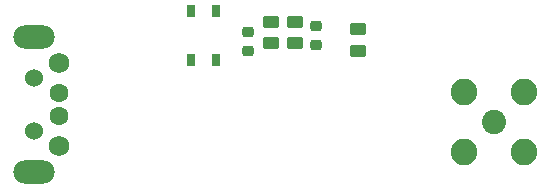
<source format=gbr>
G04 #@! TF.GenerationSoftware,KiCad,Pcbnew,6.0.4+dfsg-1+b1*
G04 #@! TF.CreationDate,2022-05-02T16:53:39-04:00*
G04 #@! TF.ProjectId,PortaNet,506f7274-614e-4657-942e-6b696361645f,4.0*
G04 #@! TF.SameCoordinates,Original*
G04 #@! TF.FileFunction,Soldermask,Bot*
G04 #@! TF.FilePolarity,Negative*
%FSLAX46Y46*%
G04 Gerber Fmt 4.6, Leading zero omitted, Abs format (unit mm)*
G04 Created by KiCad (PCBNEW 6.0.4+dfsg-1+b1) date 2022-05-02 16:53:39*
%MOMM*%
%LPD*%
G01*
G04 APERTURE LIST*
G04 Aperture macros list*
%AMRoundRect*
0 Rectangle with rounded corners*
0 $1 Rounding radius*
0 $2 $3 $4 $5 $6 $7 $8 $9 X,Y pos of 4 corners*
0 Add a 4 corners polygon primitive as box body*
4,1,4,$2,$3,$4,$5,$6,$7,$8,$9,$2,$3,0*
0 Add four circle primitives for the rounded corners*
1,1,$1+$1,$2,$3*
1,1,$1+$1,$4,$5*
1,1,$1+$1,$6,$7*
1,1,$1+$1,$8,$9*
0 Add four rect primitives between the rounded corners*
20,1,$1+$1,$2,$3,$4,$5,0*
20,1,$1+$1,$4,$5,$6,$7,0*
20,1,$1+$1,$6,$7,$8,$9,0*
20,1,$1+$1,$8,$9,$2,$3,0*%
G04 Aperture macros list end*
%ADD10R,0.650000X1.050000*%
%ADD11C,2.050000*%
%ADD12C,2.250000*%
%ADD13RoundRect,0.225000X0.250000X-0.225000X0.250000X0.225000X-0.250000X0.225000X-0.250000X-0.225000X0*%
%ADD14RoundRect,0.250000X0.450000X-0.262500X0.450000X0.262500X-0.450000X0.262500X-0.450000X-0.262500X0*%
%ADD15C,1.524000*%
%ADD16C,1.750000*%
%ADD17C,1.600000*%
%ADD18O,3.500000X2.000000*%
G04 APERTURE END LIST*
D10*
X157412000Y-67607000D03*
X157412000Y-63457000D03*
X155262000Y-67607000D03*
X155262000Y-63482000D03*
D11*
X180975000Y-72898000D03*
D12*
X183515000Y-75438000D03*
X178435000Y-70358000D03*
X178435000Y-75438000D03*
X183515000Y-70358000D03*
D13*
X160147000Y-66815000D03*
X160147000Y-65265000D03*
D14*
X169418000Y-65000500D03*
X169418000Y-66825500D03*
D15*
X141986000Y-69124000D03*
X141986000Y-73624000D03*
D16*
X144086000Y-74874000D03*
D17*
X144086000Y-72374000D03*
X144086000Y-70374000D03*
D16*
X144086000Y-67874000D03*
D18*
X141986000Y-77074000D03*
X141986000Y-65674000D03*
D13*
X165862000Y-66307000D03*
X165862000Y-64757000D03*
D14*
X162052000Y-66190500D03*
X162052000Y-64365500D03*
X164084000Y-66190500D03*
X164084000Y-64365500D03*
M02*

</source>
